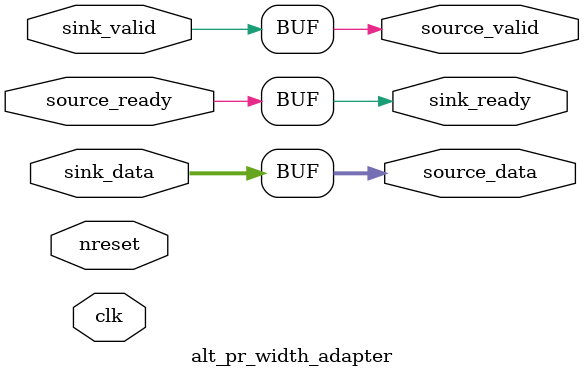
<source format=sv>


`timescale 1ns/1ns
module alt_pr_width_adapter#(
    parameter SINK_DATA_WIDTH     = 16,
    parameter SOURCE_DATA_WIDTH   = 16,
    parameter ENABLE_DATA_PACKING = 1 // Only applicable when it is narrow to wide.
) (
    input  logic                          clk,
    input  logic                          nreset,

    input  logic                          sink_valid,
    input  logic[SINK_DATA_WIDTH - 1:0]   sink_data,
    output logic                          sink_ready,

    output logic                          source_valid,
    output logic[SOURCE_DATA_WIDTH - 1:0] source_data,
    input  logic                          source_ready
);
    generate
        if (SINK_DATA_WIDTH < SOURCE_DATA_WIDTH) begin
            alt_pr_up_converter#(
                .SINK_DATA_WIDTH(SINK_DATA_WIDTH),
                .SOURCE_DATA_WIDTH(SOURCE_DATA_WIDTH),
                .ENABLE_DATA_PACKING(ENABLE_DATA_PACKING)
            ) alt_pr_up_converter (
                .clk(clk),
                .nreset(nreset),

                .sink_valid(sink_valid),
                .sink_data(sink_data),
                .sink_ready(sink_ready),

                .source_valid(source_valid),
                .source_data(source_data),
                .source_ready(source_ready)
            );
        end else if (SINK_DATA_WIDTH > SOURCE_DATA_WIDTH) begin
            alt_pr_down_converter#(
                .SINK_DATA_WIDTH(SINK_DATA_WIDTH),
                .SOURCE_DATA_WIDTH(SOURCE_DATA_WIDTH)
            ) alt_pr_down_converter (
                .clk(clk),
                .nreset(nreset),

                .sink_valid(sink_valid),
                .sink_data(sink_data),
                .sink_ready(sink_ready),

                .source_valid(source_valid),
                .source_data(source_data),
                .source_ready(source_ready)
            );
        end else begin
            assign sink_ready = source_ready;

            assign source_valid = sink_valid;
            assign source_data = sink_data;
        end
    endgenerate
endmodule

</source>
